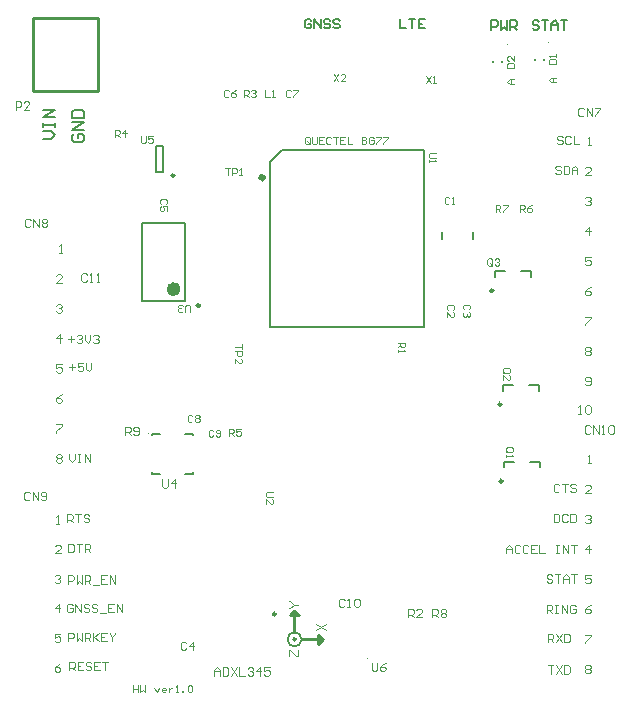
<source format=gto>
G04*
G04 #@! TF.GenerationSoftware,Altium Limited,Altium Designer,22.10.1 (41)*
G04*
G04 Layer_Color=65535*
%FSLAX44Y44*%
%MOMM*%
G71*
G04*
G04 #@! TF.SameCoordinates,CF2D2C2D-E053-46F7-9F59-BE4F3A44D851*
G04*
G04*
G04 #@! TF.FilePolarity,Positive*
G04*
G01*
G75*
%ADD10C,0.1000*%
%ADD11C,0.2500*%
%ADD12C,0.2000*%
%ADD13C,0.5000*%
%ADD14C,0.6000*%
%ADD15C,0.2540*%
%ADD16C,0.1500*%
%ADD17C,0.0800*%
D10*
X119838Y244184D02*
G03*
X119838Y244184I-500J0D01*
G01*
X305004Y53779D02*
G03*
X305004Y53779I-500J0D01*
G01*
X423587Y573558D02*
G03*
X423587Y573558I-500J0D01*
G01*
X458837Y575196D02*
G03*
X458837Y575196I-500J0D01*
G01*
X52000Y324499D02*
X56665D01*
X54333Y326832D02*
Y322166D01*
X58998Y326832D02*
X60164Y327998D01*
X62497D01*
X63663Y326832D01*
Y325665D01*
X62497Y324499D01*
X61330D01*
X62497D01*
X63663Y323333D01*
Y322166D01*
X62497Y321000D01*
X60164D01*
X58998Y322166D01*
X65995Y327998D02*
Y323333D01*
X68328Y321000D01*
X70661Y323333D01*
Y327998D01*
X72993Y326832D02*
X74159Y327998D01*
X76492D01*
X77658Y326832D01*
Y325665D01*
X76492Y324499D01*
X75326D01*
X76492D01*
X77658Y323333D01*
Y322166D01*
X76492Y321000D01*
X74159D01*
X72993Y322166D01*
X53000Y226998D02*
Y222333D01*
X55333Y220000D01*
X57665Y222333D01*
Y226998D01*
X59998D02*
X62330D01*
X61164D01*
Y220000D01*
X59998D01*
X62330D01*
X65829D02*
Y226998D01*
X70494Y220000D01*
Y226998D01*
X53000Y300379D02*
X57665D01*
X55333Y302711D02*
Y298046D01*
X64663Y303878D02*
X59998D01*
Y300379D01*
X62330Y301545D01*
X63497D01*
X64663Y300379D01*
Y298046D01*
X63497Y296880D01*
X61164D01*
X59998Y298046D01*
X66996Y303878D02*
Y299212D01*
X69328Y296880D01*
X71661Y299212D01*
Y303878D01*
X256516Y490574D02*
Y494573D01*
X255517Y495573D01*
X253517D01*
X252518Y494573D01*
Y490574D01*
X253517Y489574D01*
X255517D01*
X254517Y491574D02*
X256516Y489574D01*
X255517D02*
X256516Y490574D01*
X258516Y495573D02*
Y490574D01*
X259515Y489574D01*
X261515D01*
X262514Y490574D01*
Y495573D01*
X268513D02*
X264514D01*
Y489574D01*
X268513D01*
X264514Y492573D02*
X266513D01*
X274511Y494573D02*
X273511Y495573D01*
X271512D01*
X270512Y494573D01*
Y490574D01*
X271512Y489574D01*
X273511D01*
X274511Y490574D01*
X276510Y495573D02*
X280509D01*
X278509D01*
Y489574D01*
X286507Y495573D02*
X282508D01*
Y489574D01*
X286507D01*
X282508Y492573D02*
X284507D01*
X288506Y495573D02*
Y489574D01*
X292505D01*
X300502Y495573D02*
Y489574D01*
X303501D01*
X304501Y490574D01*
Y491574D01*
X303501Y492573D01*
X300502D01*
X303501D01*
X304501Y493573D01*
Y494573D01*
X303501Y495573D01*
X300502D01*
X310499Y494573D02*
X309499Y495573D01*
X307500D01*
X306500Y494573D01*
Y490574D01*
X307500Y489574D01*
X309499D01*
X310499Y490574D01*
Y492573D01*
X308500D01*
X312498Y495573D02*
X316497D01*
Y494573D01*
X312498Y490574D01*
Y489574D01*
X318496Y495573D02*
X322495D01*
Y494573D01*
X318496Y490574D01*
Y489574D01*
X53000Y43750D02*
Y50748D01*
X56499D01*
X57665Y49581D01*
Y47249D01*
X56499Y46083D01*
X53000D01*
X55333D02*
X57665Y43750D01*
X64663Y50748D02*
X59998D01*
Y43750D01*
X64663D01*
X59998Y47249D02*
X62330D01*
X71661Y49581D02*
X70494Y50748D01*
X68162D01*
X66996Y49581D01*
Y48415D01*
X68162Y47249D01*
X70494D01*
X71661Y46083D01*
Y44916D01*
X70494Y43750D01*
X68162D01*
X66996Y44916D01*
X78658Y50748D02*
X73993D01*
Y43750D01*
X78658D01*
X73993Y47249D02*
X76326D01*
X80991Y50748D02*
X85656D01*
X83324D01*
Y43750D01*
X52000Y68750D02*
Y75748D01*
X55499D01*
X56665Y74581D01*
Y72249D01*
X55499Y71083D01*
X52000D01*
X58998Y75748D02*
Y68750D01*
X61330Y71083D01*
X63663Y68750D01*
Y75748D01*
X65995Y68750D02*
Y75748D01*
X69494D01*
X70661Y74581D01*
Y72249D01*
X69494Y71083D01*
X65995D01*
X68328D02*
X70661Y68750D01*
X72993Y75748D02*
Y68750D01*
Y71083D01*
X77658Y75748D01*
X74159Y72249D01*
X77658Y68750D01*
X84656Y75748D02*
X79991D01*
Y68750D01*
X84656D01*
X79991Y72249D02*
X82324D01*
X86989Y75748D02*
Y74581D01*
X89321Y72249D01*
X91654Y74581D01*
Y75748D01*
X89321Y72249D02*
Y68750D01*
X55665Y98998D02*
X54499Y100164D01*
X52166D01*
X51000Y98998D01*
Y94333D01*
X52166Y93166D01*
X54499D01*
X55665Y94333D01*
Y96665D01*
X53333D01*
X57998Y93166D02*
Y100164D01*
X62663Y93166D01*
Y100164D01*
X69661Y98998D02*
X68494Y100164D01*
X66162D01*
X64995Y98998D01*
Y97831D01*
X66162Y96665D01*
X68494D01*
X69661Y95499D01*
Y94333D01*
X68494Y93166D01*
X66162D01*
X64995Y94333D01*
X76658Y98998D02*
X75492Y100164D01*
X73159D01*
X71993Y98998D01*
Y97831D01*
X73159Y96665D01*
X75492D01*
X76658Y95499D01*
Y94333D01*
X75492Y93166D01*
X73159D01*
X71993Y94333D01*
X78991Y92000D02*
X83656D01*
X90654Y100164D02*
X85989D01*
Y93166D01*
X90654D01*
X85989Y96665D02*
X88321D01*
X92986Y93166D02*
Y100164D01*
X97652Y93166D01*
Y100164D01*
X52000Y117166D02*
Y124164D01*
X55499D01*
X56665Y122998D01*
Y120665D01*
X55499Y119499D01*
X52000D01*
X58998Y124164D02*
Y117166D01*
X61330Y119499D01*
X63663Y117166D01*
Y124164D01*
X65995Y117166D02*
Y124164D01*
X69494D01*
X70661Y122998D01*
Y120665D01*
X69494Y119499D01*
X65995D01*
X68328D02*
X70661Y117166D01*
X72993Y116000D02*
X77658D01*
X84656Y124164D02*
X79991D01*
Y117166D01*
X84656D01*
X79991Y120665D02*
X82324D01*
X86989Y117166D02*
Y124164D01*
X91654Y117166D01*
Y124164D01*
X52000Y150998D02*
Y144000D01*
X55499D01*
X56665Y145166D01*
Y149831D01*
X55499Y150998D01*
X52000D01*
X58998D02*
X63663D01*
X61330D01*
Y144000D01*
X65995D02*
Y150998D01*
X69494D01*
X70661Y149831D01*
Y147499D01*
X69494Y146333D01*
X65995D01*
X68328D02*
X70661Y144000D01*
X51000Y169000D02*
Y175998D01*
X54499D01*
X55665Y174832D01*
Y172499D01*
X54499Y171333D01*
X51000D01*
X53333D02*
X55665Y169000D01*
X57998Y175998D02*
X62663D01*
X60330D01*
Y169000D01*
X69661Y174832D02*
X68494Y175998D01*
X66162D01*
X64995Y174832D01*
Y173665D01*
X66162Y172499D01*
X68494D01*
X69661Y171333D01*
Y170166D01*
X68494Y169000D01*
X66162D01*
X64995Y170166D01*
X458000Y47998D02*
X462665D01*
X460333D01*
Y41000D01*
X464998Y47998D02*
X469663Y41000D01*
Y47998D02*
X464998Y41000D01*
X471996Y47998D02*
Y41000D01*
X475494D01*
X476661Y42166D01*
Y46831D01*
X475494Y47998D01*
X471996D01*
X458000Y67780D02*
Y74778D01*
X461499D01*
X462665Y73611D01*
Y71279D01*
X461499Y70113D01*
X458000D01*
X460333D02*
X462665Y67780D01*
X464998Y74778D02*
X469663Y67780D01*
Y74778D02*
X464998Y67780D01*
X471996Y74778D02*
Y67780D01*
X475494D01*
X476661Y68946D01*
Y73611D01*
X475494Y74778D01*
X471996D01*
X457000Y92300D02*
Y99298D01*
X460499D01*
X461665Y98131D01*
Y95799D01*
X460499Y94633D01*
X457000D01*
X459333D02*
X461665Y92300D01*
X463998Y99298D02*
X466330D01*
X465164D01*
Y92300D01*
X463998D01*
X466330D01*
X469829D02*
Y99298D01*
X474494Y92300D01*
Y99298D01*
X481492Y98131D02*
X480326Y99298D01*
X477993D01*
X476827Y98131D01*
Y93466D01*
X477993Y92300D01*
X480326D01*
X481492Y93466D01*
Y95799D01*
X479160D01*
X461665Y123832D02*
X460499Y124998D01*
X458166D01*
X457000Y123832D01*
Y122665D01*
X458166Y121499D01*
X460499D01*
X461665Y120333D01*
Y119166D01*
X460499Y118000D01*
X458166D01*
X457000Y119166D01*
X463998Y124998D02*
X468663D01*
X466330D01*
Y118000D01*
X470995D02*
Y122665D01*
X473328Y124998D01*
X475661Y122665D01*
Y118000D01*
Y121499D01*
X470995D01*
X477993Y124998D02*
X482658D01*
X480326D01*
Y118000D01*
X423000Y143000D02*
Y147665D01*
X425333Y149998D01*
X427665Y147665D01*
Y143000D01*
Y146499D01*
X423000D01*
X434663Y148832D02*
X433497Y149998D01*
X431164D01*
X429998Y148832D01*
Y144166D01*
X431164Y143000D01*
X433497D01*
X434663Y144166D01*
X441661Y148832D02*
X440494Y149998D01*
X438162D01*
X436996Y148832D01*
Y144166D01*
X438162Y143000D01*
X440494D01*
X441661Y144166D01*
X448658Y149998D02*
X443993D01*
Y143000D01*
X448658D01*
X443993Y146499D02*
X446326D01*
X450991Y149998D02*
Y143000D01*
X455656D01*
X464986Y149998D02*
X467319D01*
X466153D01*
Y143000D01*
X464986D01*
X467319D01*
X470818D02*
Y149998D01*
X475483Y143000D01*
Y149998D01*
X477816D02*
X482481D01*
X480148D01*
Y143000D01*
X463220Y176378D02*
Y169380D01*
X466719D01*
X467885Y170546D01*
Y175211D01*
X466719Y176378D01*
X463220D01*
X474883Y175211D02*
X473717Y176378D01*
X471384D01*
X470218Y175211D01*
Y170546D01*
X471384Y169380D01*
X473717D01*
X474883Y170546D01*
X477216Y176378D02*
Y169380D01*
X480714D01*
X481881Y170546D01*
Y175211D01*
X480714Y176378D01*
X477216D01*
X467885Y200611D02*
X466719Y201778D01*
X464386D01*
X463220Y200611D01*
Y195946D01*
X464386Y194780D01*
X466719D01*
X467885Y195946D01*
X470218Y201778D02*
X474883D01*
X472550D01*
Y194780D01*
X481881Y200611D02*
X480714Y201778D01*
X478382D01*
X477216Y200611D01*
Y199445D01*
X478382Y198279D01*
X480714D01*
X481881Y197113D01*
Y195946D01*
X480714Y194780D01*
X478382D01*
X477216Y195946D01*
X469165Y469911D02*
X467999Y471078D01*
X465666D01*
X464500Y469911D01*
Y468745D01*
X465666Y467579D01*
X467999D01*
X469165Y466413D01*
Y465246D01*
X467999Y464080D01*
X465666D01*
X464500Y465246D01*
X471498Y471078D02*
Y464080D01*
X474997D01*
X476163Y465246D01*
Y469911D01*
X474997Y471078D01*
X471498D01*
X478495Y464080D02*
Y468745D01*
X480828Y471078D01*
X483161Y468745D01*
Y464080D01*
Y467579D01*
X478495D01*
X470501Y495311D02*
X469335Y496478D01*
X467002D01*
X465836Y495311D01*
Y494145D01*
X467002Y492979D01*
X469335D01*
X470501Y491813D01*
Y490646D01*
X469335Y489480D01*
X467002D01*
X465836Y490646D01*
X477499Y495311D02*
X476333Y496478D01*
X474000D01*
X472834Y495311D01*
Y490646D01*
X474000Y489480D01*
X476333D01*
X477499Y490646D01*
X479832Y496478D02*
Y489480D01*
X484497D01*
X45315Y49748D02*
X42983Y48582D01*
X40650Y46249D01*
Y43916D01*
X41816Y42750D01*
X44149D01*
X45315Y43916D01*
Y45083D01*
X44149Y46249D01*
X40650D01*
Y123581D02*
X41816Y124748D01*
X44149D01*
X45315Y123581D01*
Y122415D01*
X44149Y121249D01*
X42983D01*
X44149D01*
X45315Y120083D01*
Y118916D01*
X44149Y117750D01*
X41816D01*
X40650Y118916D01*
X45665Y143000D02*
X41000D01*
X45665Y147665D01*
Y148832D01*
X44499Y149998D01*
X42166D01*
X41000Y148832D01*
X41920Y168000D02*
X44253D01*
X43086D01*
Y174998D01*
X41920Y173832D01*
X44149Y92750D02*
Y99748D01*
X40650Y96249D01*
X45315D01*
Y74748D02*
X40650D01*
Y71249D01*
X42983Y72415D01*
X44149D01*
X45315Y71249D01*
Y68916D01*
X44149Y67750D01*
X41816D01*
X40650Y68916D01*
X46585Y302878D02*
X41920D01*
Y299379D01*
X44253Y300545D01*
X45419D01*
X46585Y299379D01*
Y297046D01*
X45419Y295880D01*
X43086D01*
X41920Y297046D01*
X45419Y321280D02*
Y328278D01*
X41920Y324779D01*
X46585D01*
X44460Y397480D02*
X46792D01*
X45626D01*
Y404478D01*
X44460Y403311D01*
X46585Y372080D02*
X41920D01*
X46585Y376745D01*
Y377911D01*
X45419Y379078D01*
X43086D01*
X41920Y377911D01*
Y352511D02*
X43086Y353678D01*
X45419D01*
X46585Y352511D01*
Y351345D01*
X45419Y350179D01*
X44253D01*
X45419D01*
X46585Y349012D01*
Y347846D01*
X45419Y346680D01*
X43086D01*
X41920Y347846D01*
Y225511D02*
X43086Y226678D01*
X45419D01*
X46585Y225511D01*
Y224345D01*
X45419Y223179D01*
X46585Y222013D01*
Y220846D01*
X45419Y219680D01*
X43086D01*
X41920Y220846D01*
Y222013D01*
X43086Y223179D01*
X41920Y224345D01*
Y225511D01*
X43086Y223179D02*
X45419D01*
X41920Y252078D02*
X46585D01*
Y250911D01*
X41920Y246246D01*
Y245080D01*
X46585Y277478D02*
X44253Y276311D01*
X41920Y273979D01*
Y271646D01*
X43086Y270480D01*
X45419D01*
X46585Y271646D01*
Y272812D01*
X45419Y273979D01*
X41920D01*
X484000Y261100D02*
X486333D01*
X485166D01*
Y268098D01*
X484000Y266931D01*
X489832D02*
X490998Y268098D01*
X493330D01*
X494497Y266931D01*
Y262266D01*
X493330Y261100D01*
X490998D01*
X489832Y262266D01*
Y266931D01*
X489520Y286446D02*
X490686Y285280D01*
X493019D01*
X494185Y286446D01*
Y291111D01*
X493019Y292278D01*
X490686D01*
X489520Y291111D01*
Y289945D01*
X490686Y288779D01*
X494185D01*
Y368478D02*
X491853Y367311D01*
X489520Y364979D01*
Y362646D01*
X490686Y361480D01*
X493019D01*
X494185Y362646D01*
Y363813D01*
X493019Y364979D01*
X489520D01*
Y343078D02*
X494185D01*
Y341911D01*
X489520Y337246D01*
Y336080D01*
Y316511D02*
X490686Y317678D01*
X493019D01*
X494185Y316511D01*
Y315345D01*
X493019Y314179D01*
X494185Y313013D01*
Y311846D01*
X493019Y310680D01*
X490686D01*
X489520Y311846D01*
Y313013D01*
X490686Y314179D01*
X489520Y315345D01*
Y316511D01*
X490686Y314179D02*
X493019D01*
X489520Y443511D02*
X490686Y444678D01*
X493019D01*
X494185Y443511D01*
Y442345D01*
X493019Y441179D01*
X491853D01*
X493019D01*
X494185Y440013D01*
Y438846D01*
X493019Y437680D01*
X490686D01*
X489520Y438846D01*
X494185Y463080D02*
X489520D01*
X494185Y467745D01*
Y468911D01*
X493019Y470078D01*
X490686D01*
X489520Y468911D01*
X492060Y488480D02*
X494393D01*
X493226D01*
Y495478D01*
X492060Y494311D01*
X493019Y412280D02*
Y419278D01*
X489520Y415779D01*
X494185D01*
Y393878D02*
X489520D01*
Y390379D01*
X491853Y391545D01*
X493019D01*
X494185Y390379D01*
Y388046D01*
X493019Y386880D01*
X490686D01*
X489520Y388046D01*
X494185Y124578D02*
X489520D01*
Y121079D01*
X491853Y122245D01*
X493019D01*
X494185Y121079D01*
Y118746D01*
X493019Y117580D01*
X490686D01*
X489520Y118746D01*
X493019Y142980D02*
Y149978D01*
X489520Y146479D01*
X494185D01*
X492060Y219180D02*
X494393D01*
X493226D01*
Y226178D01*
X492060Y225011D01*
X494185Y193780D02*
X489520D01*
X494185Y198445D01*
Y199611D01*
X493019Y200778D01*
X490686D01*
X489520Y199611D01*
Y174211D02*
X490686Y175378D01*
X493019D01*
X494185Y174211D01*
Y173045D01*
X493019Y171879D01*
X491853D01*
X493019D01*
X494185Y170713D01*
Y169546D01*
X493019Y168380D01*
X490686D01*
X489520Y169546D01*
Y47211D02*
X490686Y48378D01*
X493019D01*
X494185Y47211D01*
Y46045D01*
X493019Y44879D01*
X494185Y43713D01*
Y42546D01*
X493019Y41380D01*
X490686D01*
X489520Y42546D01*
Y43713D01*
X490686Y44879D01*
X489520Y46045D01*
Y47211D01*
X490686Y44879D02*
X493019D01*
X489520Y73778D02*
X494185D01*
Y72611D01*
X489520Y67946D01*
Y66780D01*
X494185Y99178D02*
X491853Y98011D01*
X489520Y95679D01*
Y93346D01*
X490686Y92180D01*
X493019D01*
X494185Y93346D01*
Y94513D01*
X493019Y95679D01*
X489520D01*
X175831Y39300D02*
Y43965D01*
X178164Y46298D01*
X180496Y43965D01*
Y39300D01*
Y42799D01*
X175831D01*
X182829Y46298D02*
Y39300D01*
X186328D01*
X187494Y40466D01*
Y45131D01*
X186328Y46298D01*
X182829D01*
X189827D02*
X194492Y39300D01*
Y46298D02*
X189827Y39300D01*
X196824Y46298D02*
Y39300D01*
X201490D01*
X203822Y45131D02*
X204988Y46298D01*
X207321D01*
X208487Y45131D01*
Y43965D01*
X207321Y42799D01*
X206155D01*
X207321D01*
X208487Y41632D01*
Y40466D01*
X207321Y39300D01*
X204988D01*
X203822Y40466D01*
X214319Y39300D02*
Y46298D01*
X210820Y42799D01*
X215485D01*
X222483Y46298D02*
X217818D01*
Y42799D01*
X220150Y43965D01*
X221317D01*
X222483Y42799D01*
Y40466D01*
X221317Y39300D01*
X218984D01*
X217818Y40466D01*
X429811Y540008D02*
X425812D01*
X423813Y542007D01*
X425812Y544007D01*
X429811D01*
X426812D01*
Y540008D01*
X465061Y541646D02*
X461062D01*
X459063Y543646D01*
X461062Y545645D01*
X465061D01*
X462062D01*
Y541646D01*
X107000Y30998D02*
Y25000D01*
Y27999D01*
X110999D01*
Y30998D01*
Y25000D01*
X112998Y30998D02*
Y25000D01*
X114997Y26999D01*
X116997Y25000D01*
Y30998D01*
X124994Y28999D02*
X126994Y25000D01*
X128993Y28999D01*
X133991Y25000D02*
X131992D01*
X130992Y26000D01*
Y27999D01*
X131992Y28999D01*
X133991D01*
X134991Y27999D01*
Y26999D01*
X130992D01*
X136990Y28999D02*
Y25000D01*
Y26999D01*
X137990Y27999D01*
X138990Y28999D01*
X139989D01*
X142988Y25000D02*
X144988D01*
X143988D01*
Y30998D01*
X142988Y29998D01*
X147987Y25000D02*
Y26000D01*
X148986D01*
Y25000D01*
X147987D01*
X152985Y29998D02*
X153985Y30998D01*
X155984D01*
X156984Y29998D01*
Y26000D01*
X155984Y25000D01*
X153985D01*
X152985Y26000D01*
Y29998D01*
X131624Y205499D02*
Y199667D01*
X132790Y198501D01*
X135123D01*
X136289Y199667D01*
Y205499D01*
X142120Y198501D02*
Y205499D01*
X138622Y202000D01*
X143287D01*
X100112Y242891D02*
Y249889D01*
X103611D01*
X104777Y248722D01*
Y246390D01*
X103611Y245224D01*
X100112D01*
X102445D02*
X104777Y242891D01*
X107110Y244057D02*
X108276Y242891D01*
X110609D01*
X111775Y244057D01*
Y248722D01*
X110609Y249889D01*
X108276D01*
X107110Y248722D01*
Y247556D01*
X108276Y246390D01*
X111775D01*
X67871Y378612D02*
X66705Y379779D01*
X64372D01*
X63206Y378612D01*
Y373947D01*
X64372Y372781D01*
X66705D01*
X67871Y373947D01*
X70203Y372781D02*
X72536D01*
X71370D01*
Y379779D01*
X70203Y378612D01*
X76035Y372781D02*
X78368D01*
X77201D01*
Y379779D01*
X76035Y378612D01*
X309000Y50299D02*
Y44467D01*
X310166Y43301D01*
X312499D01*
X313665Y44467D01*
Y50299D01*
X320663D02*
X318330Y49132D01*
X315998Y46800D01*
Y44467D01*
X317164Y43301D01*
X319496D01*
X320663Y44467D01*
Y45634D01*
X319496Y46800D01*
X315998D01*
X360250Y88649D02*
Y95646D01*
X363749D01*
X364915Y94480D01*
Y92147D01*
X363749Y90981D01*
X360250D01*
X362582D02*
X364915Y88649D01*
X367248Y94480D02*
X368414Y95646D01*
X370746D01*
X371913Y94480D01*
Y93314D01*
X370746Y92147D01*
X371913Y90981D01*
Y89815D01*
X370746Y88649D01*
X368414D01*
X367248Y89815D01*
Y90981D01*
X368414Y92147D01*
X367248Y93314D01*
Y94480D01*
X368414Y92147D02*
X370746D01*
X339750Y88649D02*
Y95646D01*
X343249D01*
X344415Y94480D01*
Y92147D01*
X343249Y90981D01*
X339750D01*
X342082D02*
X344415Y88649D01*
X351413D02*
X346748D01*
X351413Y93314D01*
Y94480D01*
X350246Y95646D01*
X347914D01*
X346748Y94480D01*
X7419Y518501D02*
Y525499D01*
X10917D01*
X12084Y524333D01*
Y522000D01*
X10917Y520834D01*
X7419D01*
X19081Y518501D02*
X14416D01*
X19081Y523166D01*
Y524333D01*
X17915Y525499D01*
X15583D01*
X14416Y524333D01*
X494223Y249919D02*
X493057Y251086D01*
X490725D01*
X489558Y249919D01*
Y245254D01*
X490725Y244088D01*
X493057D01*
X494223Y245254D01*
X496556Y244088D02*
Y251086D01*
X501221Y244088D01*
Y251086D01*
X503554Y244088D02*
X505886D01*
X504720D01*
Y251086D01*
X503554Y249919D01*
X509385D02*
X510551Y251086D01*
X512884D01*
X514050Y249919D01*
Y245254D01*
X512884Y244088D01*
X510551D01*
X509385Y245254D01*
Y249919D01*
X19585Y193583D02*
X18419Y194749D01*
X16086D01*
X14920Y193583D01*
Y188917D01*
X16086Y187751D01*
X18419D01*
X19585Y188917D01*
X21917Y187751D02*
Y194749D01*
X26583Y187751D01*
Y194749D01*
X28915Y188917D02*
X30081Y187751D01*
X32414D01*
X33580Y188917D01*
Y193583D01*
X32414Y194749D01*
X30081D01*
X28915Y193583D01*
Y192416D01*
X30081Y191250D01*
X33580D01*
X488635Y518905D02*
X487469Y520072D01*
X485137D01*
X483970Y518905D01*
Y514240D01*
X485137Y513074D01*
X487469D01*
X488635Y514240D01*
X490968Y513074D02*
Y520072D01*
X495633Y513074D01*
Y520072D01*
X497966D02*
X502631D01*
Y518905D01*
X497966Y514240D01*
Y513074D01*
X20085Y425083D02*
X18918Y426249D01*
X16586D01*
X15420Y425083D01*
Y420417D01*
X16586Y419251D01*
X18918D01*
X20085Y420417D01*
X22417Y419251D02*
Y426249D01*
X27083Y419251D01*
Y426249D01*
X29415Y425083D02*
X30581Y426249D01*
X32914D01*
X34080Y425083D01*
Y423916D01*
X32914Y422750D01*
X34080Y421584D01*
Y420417D01*
X32914Y419251D01*
X30581D01*
X29415Y420417D01*
Y421584D01*
X30581Y422750D01*
X29415Y423916D01*
Y425083D01*
X30581Y422750D02*
X32914D01*
X285918Y103333D02*
X284752Y104499D01*
X282419D01*
X281253Y103333D01*
Y98667D01*
X282419Y97501D01*
X284752D01*
X285918Y98667D01*
X288251Y97501D02*
X290583D01*
X289417D01*
Y104499D01*
X288251Y103333D01*
X294082D02*
X295248Y104499D01*
X297581D01*
X298747Y103333D01*
Y98667D01*
X297581Y97501D01*
X295248D01*
X294082Y98667D01*
Y103333D01*
X151834Y66980D02*
X150667Y68146D01*
X148335D01*
X147169Y66980D01*
Y62315D01*
X148335Y61149D01*
X150667D01*
X151834Y62315D01*
X157665Y61149D02*
Y68146D01*
X154166Y64647D01*
X158832D01*
X198918Y319771D02*
Y315772D01*
Y317771D01*
X192920D01*
Y313773D02*
X198918D01*
Y310773D01*
X197918Y309774D01*
X195919D01*
X194919Y310773D01*
Y313773D01*
X192920Y303776D02*
Y307774D01*
X196918Y303776D01*
X197918D01*
X198918Y304775D01*
Y306775D01*
X197918Y307774D01*
X184922Y468779D02*
X188920D01*
X186921D01*
Y462781D01*
X190920D02*
Y468779D01*
X193919D01*
X194919Y467779D01*
Y465780D01*
X193919Y464780D01*
X190920D01*
X196918Y462781D02*
X198917D01*
X197918D01*
Y468779D01*
X196918Y467779D01*
X188002Y242504D02*
Y248502D01*
X191001D01*
X192000Y247502D01*
Y245503D01*
X191001Y244503D01*
X188002D01*
X190001D02*
X192000Y242504D01*
X197998Y248502D02*
X194000D01*
Y245503D01*
X195999Y246502D01*
X196999D01*
X197998Y245503D01*
Y243503D01*
X196999Y242504D01*
X194999D01*
X194000Y243503D01*
X91463Y495282D02*
Y501280D01*
X94462D01*
X95461Y500280D01*
Y498281D01*
X94462Y497281D01*
X91463D01*
X93462D02*
X95461Y495282D01*
X100460D02*
Y501280D01*
X97461Y498281D01*
X101459D01*
X157189Y259249D02*
X156190Y260249D01*
X154190D01*
X153191Y259249D01*
Y255251D01*
X154190Y254251D01*
X156190D01*
X157189Y255251D01*
X159189Y259249D02*
X160188Y260249D01*
X162188D01*
X163187Y259249D01*
Y258250D01*
X162188Y257250D01*
X163187Y256250D01*
Y255251D01*
X162188Y254251D01*
X160188D01*
X159189Y255251D01*
Y256250D01*
X160188Y257250D01*
X159189Y258250D01*
Y259249D01*
X160188Y257250D02*
X162188D01*
X276670Y548517D02*
X280669Y542519D01*
Y548517D02*
X276670Y542519D01*
X286667D02*
X282668D01*
X286667Y546518D01*
Y547518D01*
X285667Y548517D01*
X283668D01*
X282668Y547518D01*
X113420Y496499D02*
Y491500D01*
X114420Y490501D01*
X116419D01*
X117419Y491500D01*
Y496499D01*
X123417D02*
X119418D01*
Y493500D01*
X121417Y494499D01*
X122417D01*
X123417Y493500D01*
Y491500D01*
X122417Y490501D01*
X120418D01*
X119418Y491500D01*
X200670Y529253D02*
Y535251D01*
X203669D01*
X204669Y534251D01*
Y532252D01*
X203669Y531252D01*
X200670D01*
X202670D02*
X204669Y529253D01*
X206668Y534251D02*
X207668Y535251D01*
X209667D01*
X210667Y534251D01*
Y533251D01*
X209667Y532252D01*
X208668D01*
X209667D01*
X210667Y531252D01*
Y530252D01*
X209667Y529253D01*
X207668D01*
X206668Y530252D01*
X218670Y535251D02*
Y529253D01*
X222669D01*
X224668D02*
X226667D01*
X225668D01*
Y535251D01*
X224668Y534251D01*
X240419D02*
X239419Y535251D01*
X237420D01*
X236420Y534251D01*
Y530252D01*
X237420Y529253D01*
X239419D01*
X240419Y530252D01*
X242418Y535251D02*
X246417D01*
Y534251D01*
X242418Y530252D01*
Y529253D01*
X188000Y534251D02*
X187001Y535251D01*
X185001D01*
X184002Y534251D01*
Y530252D01*
X185001Y529253D01*
X187001D01*
X188000Y530252D01*
X193998Y535251D02*
X191999Y534251D01*
X190000Y532252D01*
Y530252D01*
X190999Y529253D01*
X192999D01*
X193998Y530252D01*
Y531252D01*
X192999Y532252D01*
X190000D01*
X413920Y432031D02*
Y438029D01*
X416919D01*
X417919Y437029D01*
Y435030D01*
X416919Y434030D01*
X413920D01*
X415919D02*
X417919Y432031D01*
X419918Y438029D02*
X423917D01*
Y437029D01*
X419918Y433031D01*
Y432031D01*
X423808Y553803D02*
X429806D01*
Y556802D01*
X428806Y557802D01*
X424808D01*
X423808Y556802D01*
Y553803D01*
X429806Y563800D02*
Y559801D01*
X425807Y563800D01*
X424808D01*
X423808Y562800D01*
Y560801D01*
X424808Y559801D01*
X434420Y432031D02*
Y438029D01*
X437419D01*
X438419Y437029D01*
Y435030D01*
X437419Y434030D01*
X434420D01*
X436419D02*
X438419Y432031D01*
X444417Y438029D02*
X442418Y437029D01*
X440418Y435030D01*
Y433031D01*
X441418Y432031D01*
X443417D01*
X444417Y433031D01*
Y434030D01*
X443417Y435030D01*
X440418D01*
X410919Y387461D02*
Y391459D01*
X409919Y392459D01*
X407920D01*
X406920Y391459D01*
Y387461D01*
X407920Y386461D01*
X409919D01*
X408920Y388460D02*
X410919Y386461D01*
X409919D02*
X410919Y387461D01*
X412918Y391459D02*
X413918Y392459D01*
X415917D01*
X416917Y391459D01*
Y390460D01*
X415917Y389460D01*
X414918D01*
X415917D01*
X416917Y388460D01*
Y387461D01*
X415917Y386461D01*
X413918D01*
X412918Y387461D01*
X458838Y557198D02*
X464836D01*
Y560197D01*
X463836Y561196D01*
X459838D01*
X458838Y560197D01*
Y557198D01*
X464836Y563196D02*
Y565195D01*
Y564195D01*
X458838D01*
X459838Y563196D01*
X134386Y438531D02*
X135386Y439531D01*
Y441530D01*
X134386Y442530D01*
X130387D01*
X129388Y441530D01*
Y439531D01*
X130387Y438531D01*
X135386Y432533D02*
Y436532D01*
X132387D01*
X133386Y434533D01*
Y433533D01*
X132387Y432533D01*
X130387D01*
X129388Y433533D01*
Y435532D01*
X130387Y436532D01*
X363418Y481778D02*
X358419D01*
X357420Y480779D01*
Y478779D01*
X358419Y477780D01*
X363418D01*
X357420Y475780D02*
Y473781D01*
Y474781D01*
X363418D01*
X362418Y475780D01*
X174755Y246596D02*
X173755Y247595D01*
X171756D01*
X170756Y246596D01*
Y242597D01*
X171756Y241597D01*
X173755D01*
X174755Y242597D01*
X176754D02*
X177754Y241597D01*
X179753D01*
X180753Y242597D01*
Y246596D01*
X179753Y247595D01*
X177754D01*
X176754Y246596D01*
Y245596D01*
X177754Y244596D01*
X180753D01*
X225611Y194703D02*
X220612D01*
X219613Y193703D01*
Y191704D01*
X220612Y190704D01*
X225611D01*
X219613Y184706D02*
Y188705D01*
X223611Y184706D01*
X224611D01*
X225611Y185706D01*
Y187705D01*
X224611Y188705D01*
X331169Y321104D02*
X337167D01*
Y318104D01*
X336167Y317105D01*
X334168D01*
X333168Y318104D01*
Y321104D01*
Y319104D02*
X331169Y317105D01*
Y315105D02*
Y313106D01*
Y314106D01*
X337167D01*
X336167Y315105D01*
X355000Y547276D02*
X358999Y541278D01*
Y547276D02*
X355000Y541278D01*
X360998D02*
X362997D01*
X361998D01*
Y547276D01*
X360998Y546276D01*
X391395Y349281D02*
X392394Y350281D01*
Y352280D01*
X391395Y353280D01*
X387396D01*
X386396Y352280D01*
Y350281D01*
X387396Y349281D01*
X391395Y347282D02*
X392394Y346282D01*
Y344283D01*
X391395Y343283D01*
X390395D01*
X389395Y344283D01*
Y345282D01*
Y344283D01*
X388396Y343283D01*
X387396D01*
X386396Y344283D01*
Y346282D01*
X387396Y347282D01*
X155138D02*
Y352280D01*
X154138Y353280D01*
X152138D01*
X151139Y352280D01*
Y347282D01*
X149139Y348282D02*
X148140Y347282D01*
X146140D01*
X145141Y348282D01*
Y349281D01*
X146140Y350281D01*
X147140D01*
X146140D01*
X145141Y351281D01*
Y352280D01*
X146140Y353280D01*
X148140D01*
X149139Y352280D01*
X377417Y349031D02*
X378416Y350031D01*
Y352030D01*
X377417Y353030D01*
X373418D01*
X372419Y352030D01*
Y350031D01*
X373418Y349031D01*
X372419Y343033D02*
Y347032D01*
X376417Y343033D01*
X377417D01*
X378416Y344033D01*
Y346032D01*
X377417Y347032D01*
X374667Y443278D02*
X373668Y444278D01*
X371668D01*
X370668Y443278D01*
Y439280D01*
X371668Y438280D01*
X373668D01*
X374667Y439280D01*
X376667Y438280D02*
X378666D01*
X377666D01*
Y444278D01*
X376667Y443278D01*
X421168Y295569D02*
X425167D01*
X426167Y296569D01*
Y298568D01*
X425167Y299568D01*
X421168D01*
X420168Y298568D01*
Y296569D01*
X422168Y297568D02*
X420168Y295569D01*
Y296569D02*
X421168Y295569D01*
X420168Y289571D02*
Y293570D01*
X424167Y289571D01*
X425167D01*
X426167Y290571D01*
Y292570D01*
X425167Y293570D01*
X423668Y228489D02*
X427667D01*
X428667Y229489D01*
Y231488D01*
X427667Y232488D01*
X423668D01*
X422668Y231488D01*
Y229489D01*
X424668Y230489D02*
X422668Y228489D01*
Y229489D02*
X423668Y228489D01*
X422668Y226490D02*
Y224491D01*
Y225490D01*
X428667D01*
X427667Y226490D01*
D11*
X141888Y462780D02*
G03*
X141888Y462780I-1250J0D01*
G01*
X244581Y70050D02*
G03*
X244581Y70050I-1000J0D01*
G01*
X227831Y91300D02*
G03*
X227831Y91300I-1250J0D01*
G01*
X411919Y365210D02*
G03*
X411919Y365210I-1250J0D01*
G01*
X163388Y352530D02*
G03*
X163388Y352530I-1250J0D01*
G01*
X419669Y204030D02*
G03*
X419669Y204030I-1250J0D01*
G01*
X418669Y269030D02*
G03*
X418669Y269030I-1250J0D01*
G01*
D12*
X249581Y70050D02*
G03*
X249581Y70050I-6000J0D01*
G01*
X150787Y210184D02*
X157338D01*
X123337D02*
X129888D01*
X150787Y244184D02*
X157338D01*
X123337D02*
X129888D01*
X157338Y210184D02*
Y211684D01*
Y242684D02*
Y244184D01*
X123337Y210184D02*
Y211684D01*
Y242684D02*
Y244184D01*
X126388Y465780D02*
Y487780D01*
X132388Y465780D02*
Y487780D01*
X126388D02*
X132388D01*
X126388Y465780D02*
X132388D01*
X411837Y558558D02*
Y559558D01*
X419337Y558558D02*
Y559558D01*
X447087Y560196D02*
Y561196D01*
X454587Y560196D02*
Y561196D01*
X413419Y376710D02*
Y381710D01*
X421669D01*
X443419Y376710D02*
Y381710D01*
X435168D02*
X443419D01*
X151138Y356530D02*
Y422530D01*
X114137Y356530D02*
Y422530D01*
Y356530D02*
X151138D01*
X114137Y422530D02*
X151138D01*
X368419Y409030D02*
Y415030D01*
X394418Y409030D02*
Y415030D01*
X442919Y220530D02*
X451169D01*
Y215530D02*
Y220530D01*
X421169D02*
X429418D01*
X421169Y215530D02*
Y220530D01*
X441918Y285530D02*
X450168D01*
Y280530D02*
Y285530D01*
X420168D02*
X428419D01*
X420168Y280530D02*
Y285530D01*
X56669Y498090D02*
X55003Y496424D01*
Y493091D01*
X56669Y491425D01*
X63334D01*
X65000Y493091D01*
Y496424D01*
X63334Y498090D01*
X60002D01*
Y494757D01*
X65000Y501422D02*
X55003D01*
X65000Y508087D01*
X55003D01*
Y511419D02*
X65000D01*
Y516417D01*
X63334Y518083D01*
X56669D01*
X55003Y516417D01*
Y511419D01*
X30463Y493500D02*
X37128D01*
X40460Y496832D01*
X37128Y500164D01*
X30463D01*
Y503497D02*
Y506829D01*
Y505163D01*
X40460D01*
Y503497D01*
Y506829D01*
Y511827D02*
X30463D01*
X40460Y518492D01*
X30463D01*
D13*
X217169Y461030D02*
G03*
X217169Y461030I-1000J0D01*
G01*
D14*
X144137Y366530D02*
G03*
X144137Y366530I-3000J0D01*
G01*
D15*
X77386Y534266D02*
Y595988D01*
X21760Y534266D02*
Y595988D01*
X77386D01*
X21760Y534266D02*
X77386D01*
X263831Y66300D02*
X267709Y70178D01*
X249881Y70306D02*
X267581D01*
X263831Y74056D02*
X267581Y70306D01*
X263831Y66300D02*
Y74056D01*
X239575Y90300D02*
X247331D01*
X239575D02*
X243325Y94050D01*
Y76350D02*
Y94050D01*
X243453Y94178D02*
X247331Y90300D01*
D16*
X353168Y334030D02*
Y484030D01*
X223169Y334030D02*
X353168D01*
X223169D02*
Y474030D01*
X233169Y484030D01*
X353168D01*
X450419Y592724D02*
X449086Y594057D01*
X446420D01*
X445087Y592724D01*
Y591391D01*
X446420Y590059D01*
X449086D01*
X450419Y588726D01*
Y587393D01*
X449086Y586060D01*
X446420D01*
X445087Y587393D01*
X453084Y594057D02*
X458416D01*
X455750D01*
Y586060D01*
X461082D02*
Y591391D01*
X463748Y594057D01*
X466413Y591391D01*
Y586060D01*
Y590059D01*
X461082D01*
X469079Y594057D02*
X474411D01*
X471745D01*
Y586060D01*
X257750Y593944D02*
X256417Y595277D01*
X253751D01*
X252418Y593944D01*
Y588613D01*
X253751Y587280D01*
X256417D01*
X257750Y588613D01*
Y591279D01*
X255084D01*
X260416Y587280D02*
Y595277D01*
X265748Y587280D01*
Y595277D01*
X273745Y593944D02*
X272412Y595277D01*
X269746D01*
X268413Y593944D01*
Y592612D01*
X269746Y591279D01*
X272412D01*
X273745Y589946D01*
Y588613D01*
X272412Y587280D01*
X269746D01*
X268413Y588613D01*
X281742Y593944D02*
X280410Y595277D01*
X277744D01*
X276411Y593944D01*
Y592612D01*
X277744Y591279D01*
X280410D01*
X281742Y589946D01*
Y588613D01*
X280410Y587280D01*
X277744D01*
X276411Y588613D01*
X332668Y595277D02*
Y587280D01*
X338000D01*
X340666Y595277D02*
X345998D01*
X343332D01*
Y587280D01*
X353995Y595277D02*
X348663D01*
Y587280D01*
X353995D01*
X348663Y591279D02*
X351329D01*
X410337Y586060D02*
Y594057D01*
X414336D01*
X415669Y592724D01*
Y590059D01*
X414336Y588726D01*
X410337D01*
X418335Y594057D02*
Y586060D01*
X421000Y588726D01*
X423666Y586060D01*
Y594057D01*
X426332Y586060D02*
Y594057D01*
X430331D01*
X431664Y592724D01*
Y590059D01*
X430331Y588726D01*
X426332D01*
X428998D02*
X431664Y586060D01*
D17*
X238584Y55550D02*
Y60882D01*
X239917D01*
X245248Y55550D01*
X246581D01*
Y60882D01*
X261834Y77550D02*
X269831Y82881D01*
X261834D02*
X269831Y77550D01*
X238834Y96800D02*
X240167D01*
X242833Y99466D01*
X240167Y102132D01*
X238834D01*
X242833Y99466D02*
X246831D01*
M02*

</source>
